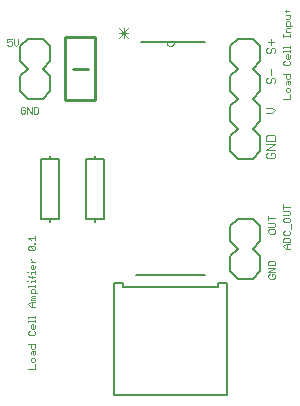
<source format=gto>
G75*
%MOIN*%
%OFA0B0*%
%FSLAX25Y25*%
%IPPOS*%
%LPD*%
%AMOC8*
5,1,8,0,0,1.08239X$1,22.5*
%
%ADD10C,0.00200*%
%ADD11C,0.00300*%
%ADD12C,0.00800*%
%ADD13C,0.00600*%
%ADD14C,0.00000*%
%ADD15C,0.01000*%
D10*
X0009498Y0014160D02*
X0011700Y0014160D01*
X0011700Y0015628D01*
X0011333Y0016370D02*
X0011700Y0016737D01*
X0011700Y0017471D01*
X0011333Y0017838D01*
X0010599Y0017838D01*
X0010232Y0017471D01*
X0010232Y0016737D01*
X0010599Y0016370D01*
X0011333Y0016370D01*
X0011333Y0018580D02*
X0010966Y0018947D01*
X0010966Y0020048D01*
X0010599Y0020048D02*
X0011700Y0020048D01*
X0011700Y0018947D01*
X0011333Y0018580D01*
X0010232Y0018947D02*
X0010232Y0019681D01*
X0010599Y0020048D01*
X0010599Y0020790D02*
X0010232Y0021157D01*
X0010232Y0022258D01*
X0009498Y0022258D02*
X0011700Y0022258D01*
X0011700Y0021157D01*
X0011333Y0020790D01*
X0010599Y0020790D01*
X0009865Y0025209D02*
X0011333Y0025209D01*
X0011700Y0025576D01*
X0011700Y0026310D01*
X0011333Y0026677D01*
X0011333Y0027419D02*
X0010599Y0027419D01*
X0010232Y0027786D01*
X0010232Y0028520D01*
X0010599Y0028887D01*
X0010966Y0028887D01*
X0010966Y0027419D01*
X0011333Y0027419D02*
X0011700Y0027786D01*
X0011700Y0028520D01*
X0011700Y0029629D02*
X0011700Y0030363D01*
X0011700Y0029996D02*
X0009498Y0029996D01*
X0009498Y0029629D01*
X0009498Y0031102D02*
X0009498Y0031469D01*
X0011700Y0031469D01*
X0011700Y0031102D02*
X0011700Y0031836D01*
X0011700Y0034786D02*
X0010232Y0034786D01*
X0009498Y0035519D01*
X0010232Y0036253D01*
X0011700Y0036253D01*
X0011700Y0036995D02*
X0010232Y0036995D01*
X0010232Y0037362D01*
X0010599Y0037729D01*
X0010232Y0038096D01*
X0010599Y0038463D01*
X0011700Y0038463D01*
X0011700Y0037729D02*
X0010599Y0037729D01*
X0010599Y0036253D02*
X0010599Y0034786D01*
X0010232Y0039205D02*
X0010232Y0040306D01*
X0010599Y0040673D01*
X0011333Y0040673D01*
X0011700Y0040306D01*
X0011700Y0039205D01*
X0012434Y0039205D02*
X0010232Y0039205D01*
X0009498Y0041415D02*
X0009498Y0041782D01*
X0011700Y0041782D01*
X0011700Y0041415D02*
X0011700Y0042149D01*
X0011700Y0042888D02*
X0011700Y0043622D01*
X0011700Y0043255D02*
X0010232Y0043255D01*
X0010232Y0042888D01*
X0009498Y0043255D02*
X0009131Y0043255D01*
X0009865Y0044729D02*
X0009498Y0045096D01*
X0009865Y0044729D02*
X0011700Y0044729D01*
X0011700Y0045835D02*
X0011700Y0046569D01*
X0011700Y0046202D02*
X0010232Y0046202D01*
X0010232Y0045835D01*
X0009498Y0046202D02*
X0009131Y0046202D01*
X0010599Y0047308D02*
X0010232Y0047675D01*
X0010232Y0048409D01*
X0010599Y0048776D01*
X0010966Y0048776D01*
X0010966Y0047308D01*
X0011333Y0047308D02*
X0010599Y0047308D01*
X0011333Y0047308D02*
X0011700Y0047675D01*
X0011700Y0048409D01*
X0011700Y0049518D02*
X0010232Y0049518D01*
X0010232Y0050252D02*
X0010232Y0050619D01*
X0010232Y0050252D02*
X0010966Y0049518D01*
X0011333Y0053570D02*
X0009865Y0053570D01*
X0009498Y0053936D01*
X0009498Y0054670D01*
X0009865Y0055037D01*
X0011333Y0053570D01*
X0011700Y0053936D01*
X0011700Y0054670D01*
X0011333Y0055037D01*
X0009865Y0055037D01*
X0011333Y0055779D02*
X0011333Y0056146D01*
X0011700Y0056146D01*
X0011700Y0055779D01*
X0011333Y0055779D01*
X0011700Y0056884D02*
X0011700Y0058352D01*
X0011700Y0057618D02*
X0009498Y0057618D01*
X0010232Y0056884D01*
X0010599Y0045096D02*
X0010599Y0044362D01*
X0009865Y0026677D02*
X0009498Y0026310D01*
X0009498Y0025576D01*
X0009865Y0025209D01*
X0010578Y0099160D02*
X0010578Y0101362D01*
X0011320Y0101362D02*
X0012421Y0101362D01*
X0012788Y0100995D01*
X0012788Y0099527D01*
X0012421Y0099160D01*
X0011320Y0099160D01*
X0011320Y0101362D01*
X0009110Y0101362D02*
X0009110Y0099160D01*
X0008368Y0099527D02*
X0008368Y0100261D01*
X0007634Y0100261D01*
X0008368Y0100995D02*
X0008001Y0101362D01*
X0007267Y0101362D01*
X0006900Y0100995D01*
X0006900Y0099527D01*
X0007267Y0099160D01*
X0008001Y0099160D01*
X0008368Y0099527D01*
X0009110Y0101362D02*
X0010578Y0099160D01*
X0005424Y0121760D02*
X0004690Y0122494D01*
X0004690Y0123962D01*
X0003948Y0123962D02*
X0002480Y0123962D01*
X0002480Y0122861D01*
X0003214Y0123228D01*
X0003581Y0123228D01*
X0003948Y0122861D01*
X0003948Y0122127D01*
X0003581Y0121760D01*
X0002847Y0121760D01*
X0002480Y0122127D01*
X0005424Y0121760D02*
X0006158Y0122494D01*
X0006158Y0123962D01*
X0089498Y0065048D02*
X0089498Y0063580D01*
X0089498Y0064314D02*
X0091700Y0064314D01*
X0091333Y0062838D02*
X0089498Y0062838D01*
X0089498Y0061370D02*
X0091333Y0061370D01*
X0091700Y0061737D01*
X0091700Y0062471D01*
X0091333Y0062838D01*
X0091333Y0060628D02*
X0089865Y0060628D01*
X0089498Y0060261D01*
X0089498Y0059527D01*
X0089865Y0059160D01*
X0091333Y0059160D01*
X0091700Y0059527D01*
X0091700Y0060261D01*
X0091333Y0060628D01*
X0094498Y0059681D02*
X0094498Y0058947D01*
X0094865Y0058580D01*
X0096333Y0058580D01*
X0096700Y0058947D01*
X0096700Y0059681D01*
X0096333Y0060048D01*
X0097067Y0060790D02*
X0097067Y0062258D01*
X0096333Y0063000D02*
X0096700Y0063366D01*
X0096700Y0064100D01*
X0096333Y0064467D01*
X0094865Y0064467D01*
X0094498Y0064100D01*
X0094498Y0063366D01*
X0094865Y0063000D01*
X0096333Y0063000D01*
X0096333Y0065209D02*
X0096700Y0065576D01*
X0096700Y0066310D01*
X0096333Y0066677D01*
X0094498Y0066677D01*
X0094498Y0067419D02*
X0094498Y0068887D01*
X0094498Y0068153D02*
X0096700Y0068153D01*
X0096333Y0065209D02*
X0094498Y0065209D01*
X0094865Y0060048D02*
X0094498Y0059681D01*
X0094865Y0057838D02*
X0094498Y0057471D01*
X0094498Y0056370D01*
X0096700Y0056370D01*
X0096700Y0057471D01*
X0096333Y0057838D01*
X0094865Y0057838D01*
X0095232Y0055628D02*
X0094498Y0054894D01*
X0095232Y0054160D01*
X0096700Y0054160D01*
X0095599Y0054160D02*
X0095599Y0055628D01*
X0095232Y0055628D02*
X0096700Y0055628D01*
X0091333Y0050048D02*
X0091700Y0049681D01*
X0091700Y0048580D01*
X0089498Y0048580D01*
X0089498Y0049681D01*
X0089865Y0050048D01*
X0091333Y0050048D01*
X0091700Y0047838D02*
X0089498Y0047838D01*
X0089498Y0046370D02*
X0091700Y0047838D01*
X0091700Y0046370D02*
X0089498Y0046370D01*
X0089865Y0045628D02*
X0089498Y0045261D01*
X0089498Y0044527D01*
X0089865Y0044160D01*
X0091333Y0044160D01*
X0091700Y0044527D01*
X0091700Y0045261D01*
X0091333Y0045628D01*
X0090599Y0045628D01*
X0090599Y0044894D01*
X0094498Y0104160D02*
X0096700Y0104160D01*
X0096700Y0105628D01*
X0096333Y0106370D02*
X0096700Y0106737D01*
X0096700Y0107471D01*
X0096333Y0107838D01*
X0095599Y0107838D01*
X0095232Y0107471D01*
X0095232Y0106737D01*
X0095599Y0106370D01*
X0096333Y0106370D01*
X0096333Y0108580D02*
X0095966Y0108947D01*
X0095966Y0110048D01*
X0095599Y0110048D02*
X0096700Y0110048D01*
X0096700Y0108947D01*
X0096333Y0108580D01*
X0095232Y0108947D02*
X0095232Y0109681D01*
X0095599Y0110048D01*
X0095599Y0110790D02*
X0095232Y0111157D01*
X0095232Y0112258D01*
X0094498Y0112258D02*
X0096700Y0112258D01*
X0096700Y0111157D01*
X0096333Y0110790D01*
X0095599Y0110790D01*
X0094865Y0115209D02*
X0094498Y0115576D01*
X0094498Y0116310D01*
X0094865Y0116677D01*
X0095599Y0117419D02*
X0095232Y0117786D01*
X0095232Y0118520D01*
X0095599Y0118887D01*
X0095966Y0118887D01*
X0095966Y0117419D01*
X0096333Y0117419D02*
X0095599Y0117419D01*
X0096333Y0117419D02*
X0096700Y0117786D01*
X0096700Y0118520D01*
X0096700Y0119629D02*
X0096700Y0120363D01*
X0096700Y0119996D02*
X0094498Y0119996D01*
X0094498Y0119629D01*
X0094498Y0121102D02*
X0094498Y0121469D01*
X0096700Y0121469D01*
X0096700Y0121102D02*
X0096700Y0121836D01*
X0096700Y0124786D02*
X0096700Y0125519D01*
X0096700Y0125153D02*
X0094498Y0125153D01*
X0094498Y0125519D02*
X0094498Y0124786D01*
X0095232Y0126259D02*
X0095232Y0127360D01*
X0095599Y0127727D01*
X0096700Y0127727D01*
X0096700Y0128469D02*
X0096700Y0129570D01*
X0096333Y0129937D01*
X0095599Y0129937D01*
X0095232Y0129570D01*
X0095232Y0128469D01*
X0097434Y0128469D01*
X0096700Y0126259D02*
X0095232Y0126259D01*
X0095232Y0130679D02*
X0096333Y0130679D01*
X0096700Y0131046D01*
X0096700Y0132146D01*
X0095232Y0132146D01*
X0095232Y0132888D02*
X0095232Y0133622D01*
X0094865Y0133255D02*
X0096333Y0133255D01*
X0096700Y0133622D01*
X0096333Y0116677D02*
X0096700Y0116310D01*
X0096700Y0115576D01*
X0096333Y0115209D01*
X0094865Y0115209D01*
D11*
X0091166Y0119210D02*
X0091650Y0119694D01*
X0091650Y0120661D01*
X0091166Y0121145D01*
X0090683Y0121145D01*
X0090199Y0120661D01*
X0090199Y0119694D01*
X0089715Y0119210D01*
X0089231Y0119210D01*
X0088748Y0119694D01*
X0088748Y0120661D01*
X0089231Y0121145D01*
X0090199Y0122157D02*
X0090199Y0124091D01*
X0091166Y0123124D02*
X0089231Y0123124D01*
X0090199Y0114091D02*
X0090199Y0112157D01*
X0090683Y0111145D02*
X0090199Y0110661D01*
X0090199Y0109694D01*
X0089715Y0109210D01*
X0089231Y0109210D01*
X0088748Y0109694D01*
X0088748Y0110661D01*
X0089231Y0111145D01*
X0090683Y0111145D02*
X0091166Y0111145D01*
X0091650Y0110661D01*
X0091650Y0109694D01*
X0091166Y0109210D01*
X0090683Y0101145D02*
X0088748Y0101145D01*
X0088748Y0099210D02*
X0090683Y0099210D01*
X0091650Y0100177D01*
X0090683Y0101145D01*
X0091166Y0092038D02*
X0089231Y0092038D01*
X0088748Y0091554D01*
X0088748Y0090103D01*
X0091650Y0090103D01*
X0091650Y0091554D01*
X0091166Y0092038D01*
X0091650Y0089091D02*
X0088748Y0089091D01*
X0088748Y0087157D02*
X0091650Y0089091D01*
X0091650Y0087157D02*
X0088748Y0087157D01*
X0089231Y0086145D02*
X0088748Y0085661D01*
X0088748Y0084694D01*
X0089231Y0084210D01*
X0091166Y0084210D01*
X0091650Y0084694D01*
X0091650Y0085661D01*
X0091166Y0086145D01*
X0090199Y0086145D01*
X0090199Y0085177D01*
X0042786Y0124394D02*
X0039650Y0127530D01*
X0039650Y0125962D02*
X0042786Y0125962D01*
X0042786Y0127530D02*
X0039650Y0124394D01*
X0041218Y0124394D02*
X0041218Y0127530D01*
D12*
X0016800Y0121560D02*
X0016800Y0116560D01*
X0014300Y0114060D01*
X0016800Y0111560D01*
X0016800Y0106560D01*
X0014300Y0104060D01*
X0009300Y0104060D01*
X0006800Y0106560D01*
X0006800Y0111560D01*
X0009300Y0114060D01*
X0006800Y0116560D01*
X0006800Y0121560D01*
X0009300Y0124060D01*
X0014300Y0124060D01*
X0016800Y0121560D01*
X0016800Y0085060D02*
X0016800Y0084060D01*
X0019800Y0084060D01*
X0019800Y0064060D01*
X0016800Y0064060D01*
X0016800Y0063060D01*
X0016800Y0064060D02*
X0013800Y0064060D01*
X0013800Y0084060D01*
X0016800Y0084060D01*
X0028800Y0084060D02*
X0031800Y0084060D01*
X0031800Y0085060D01*
X0031800Y0084060D02*
X0034800Y0084060D01*
X0034800Y0064060D01*
X0031800Y0064060D01*
X0031800Y0063060D01*
X0031800Y0064060D02*
X0028800Y0064060D01*
X0028800Y0084060D01*
X0038040Y0042820D02*
X0038040Y0005300D01*
X0075560Y0005300D01*
X0075560Y0042820D01*
X0072548Y0042820D01*
X0072548Y0041245D01*
X0041052Y0041245D01*
X0041052Y0042820D01*
X0038040Y0042820D01*
X0076800Y0046560D02*
X0076800Y0051560D01*
X0079300Y0054060D01*
X0076800Y0056560D01*
X0076800Y0061560D01*
X0079300Y0064060D01*
X0084300Y0064060D01*
X0086800Y0061560D01*
X0086800Y0056560D01*
X0084300Y0054060D01*
X0086800Y0051560D01*
X0086800Y0046560D01*
X0084300Y0044060D01*
X0079300Y0044060D01*
X0076800Y0046560D01*
X0079300Y0084060D02*
X0084300Y0084060D01*
X0086800Y0086560D01*
X0086800Y0091560D01*
X0084300Y0094060D01*
X0086800Y0096560D01*
X0086800Y0101560D01*
X0084300Y0104060D01*
X0086800Y0106560D01*
X0086800Y0111560D01*
X0084300Y0114060D01*
X0086800Y0116560D01*
X0086800Y0121560D01*
X0084300Y0124060D01*
X0079300Y0124060D01*
X0076800Y0121560D01*
X0076800Y0116560D01*
X0079300Y0114060D01*
X0076800Y0111560D01*
X0076800Y0106560D01*
X0079300Y0104060D01*
X0076800Y0101560D01*
X0076800Y0096560D01*
X0079300Y0094060D01*
X0076800Y0091560D01*
X0076800Y0086560D01*
X0079300Y0084060D01*
D13*
X0068300Y0122860D02*
X0058000Y0122860D01*
X0055600Y0122860D01*
X0047000Y0122860D01*
X0045300Y0045260D02*
X0068300Y0045260D01*
D14*
X0058000Y0122860D02*
X0057998Y0122791D01*
X0057992Y0122723D01*
X0057982Y0122655D01*
X0057969Y0122588D01*
X0057951Y0122522D01*
X0057930Y0122457D01*
X0057905Y0122393D01*
X0057877Y0122331D01*
X0057845Y0122270D01*
X0057810Y0122211D01*
X0057771Y0122155D01*
X0057729Y0122100D01*
X0057684Y0122049D01*
X0057636Y0121999D01*
X0057586Y0121953D01*
X0057533Y0121910D01*
X0057477Y0121869D01*
X0057420Y0121832D01*
X0057360Y0121799D01*
X0057298Y0121768D01*
X0057235Y0121742D01*
X0057171Y0121719D01*
X0057105Y0121699D01*
X0057038Y0121684D01*
X0056971Y0121672D01*
X0056903Y0121664D01*
X0056834Y0121660D01*
X0056766Y0121660D01*
X0056697Y0121664D01*
X0056629Y0121672D01*
X0056562Y0121684D01*
X0056495Y0121699D01*
X0056429Y0121719D01*
X0056365Y0121742D01*
X0056302Y0121768D01*
X0056240Y0121799D01*
X0056180Y0121832D01*
X0056123Y0121869D01*
X0056067Y0121910D01*
X0056014Y0121953D01*
X0055964Y0121999D01*
X0055916Y0122049D01*
X0055871Y0122100D01*
X0055829Y0122155D01*
X0055790Y0122211D01*
X0055755Y0122270D01*
X0055723Y0122331D01*
X0055695Y0122393D01*
X0055670Y0122457D01*
X0055649Y0122522D01*
X0055631Y0122588D01*
X0055618Y0122655D01*
X0055608Y0122723D01*
X0055602Y0122791D01*
X0055600Y0122860D01*
D15*
X0031800Y0124560D02*
X0031800Y0103560D01*
X0021800Y0103560D01*
X0021800Y0124560D01*
X0031800Y0124560D01*
X0029300Y0114060D02*
X0024300Y0114060D01*
M02*

</source>
